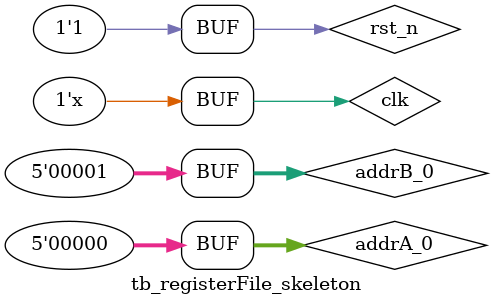
<source format=v>
`timescale 1ns / 1ps


module tb_registerFile_skeleton(

    );
    
    reg clk;
    reg rst_n;
    reg wr_enable_A;              //write enable
    reg wr_enable_B;
    reg map_en_A;                 //RRF mapping enable: this means that there is a GPR write instruction in decode stage, so we need destination allocation in this cycle
    reg map_en_B;
    reg [4:0] addrA_0;            //read addresses
    reg [4:0] addrA_1;
    reg [4:0] addrB_0;
    reg [4:0] addrB_1;
    reg [4:0] wraddrA;            //write addresses for real write -> happens when finishes execution
    reg [4:0] wraddrB;
    reg [4:0] wraddrA_map;        //write addresses for destination allocation
    reg [4:0] wraddrB_map;
    reg [31:0] writeDataA;        //write data
    reg [31:0] writeDataB;
    reg updateEnA;
    reg updateEnB;
    reg [4:0] updateAddrA;
    reg [4:0] updateAddrB;
    wire[31:0] dataA_0;         //read data for A
    wire dataA_0_ready;          //check if data is valid. If not, decoder should not use the data and pass register tag to next stage
    wire [31:0] dataA_1;
    wire dataA_1_ready;
    wire [31:0] dataB_0;
    wire dataB_0_ready;
    wire [31:0] dataB_1;
    wire dataB_1_ready;
    wire wrA_rrError;             //If RRF is full then we can't use register renaming
    wire wrB_rrError;
    
    
    always #5 clk = ~clk;
    initial begin
        clk=0;
        rst_n=1;
        
        #3;
        rst_n = 0;
        #7
        rst_n = 1;
        //give input signals
        #5
        addrA_0 = 5'd0;
        addrB_0 = 5'd1;
        //...
    end
    
    registerFile uut(
    .clk(clk),
    .rst_n(rst_n),
    .wr_enable_A(wr_enable_A),
    .wr_enable_B(wr_enable_B),
    .map_en_A(map_en_A),
    .map_en_B(map_en_B),
    .addrA_0(addrA_0),
    .addrA_1(addrA_1),
    .addrB_0(addrB_0),
    .addrB_1(addrB_1),
    .wraddrA(wraddrA),
    .wraddrB(wraddrB),
    .wraddrA_map(wraddrA_map),
    .wraddrB_map(wraddrB_map),
    .writeDataA(writeDataA),
    .writeDataB(writeDataB),
    .updateEnA(updateEnA),
    .updateEnB(updateEnB),
    .updateAddrA(updateAddrA),
    .updateAddrB(updateAddrB),
    .dataA_0(dataA_0),
    .dataA_0_ready(dataA_0_ready),
    .dataA_1(dataA_1),
    .dataA_1_ready(dataA_1_ready),
    .dataB_0(dataB_0),
    .dataB_0_ready(dataB_0_ready),
    .dataB_1(dataB_1),
    .dataB_1_ready(dataB_1_ready),
    .wrA_rrError(wrA_rrError),
    .wrB_rrError(wrB_rrError)
    );
endmodule

</source>
